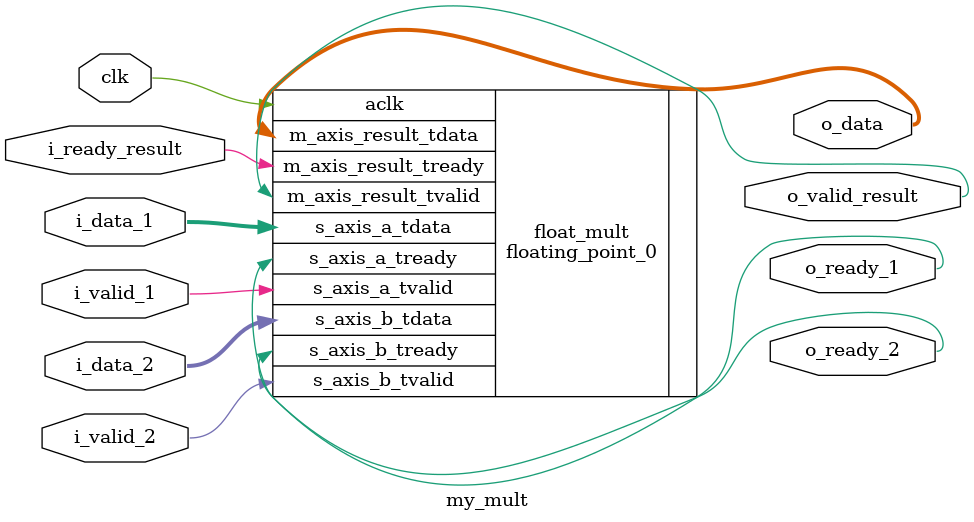
<source format=v>
module my_mult(
input clk,
input [31:0] i_data_1,
input [31:0] i_data_2,
output  [31:0] o_data,
input i_valid_1,
input i_valid_2,
output o_ready_1,
output o_ready_2,
output o_valid_result,
input i_ready_result
);

floating_point_0 float_mult (
  .aclk(clk),                                  // input wire aclk
  .s_axis_a_tvalid(i_valid_1),            // input wire s_axis_a_tvalid
  .s_axis_a_tready(o_ready_1),            // output wire s_axis_a_tready
  .s_axis_a_tdata(i_data_1),              // input wire [31 : 0] s_axis_a_tdata
  .s_axis_b_tvalid(i_valid_2),            // input wire s_axis_b_tvalid
  .s_axis_b_tready(o_ready_2),            // output wire s_axis_b_tready
  .s_axis_b_tdata(i_data_2),              // input wire [31 : 0] s_axis_b_tdata
  .m_axis_result_tvalid(o_valid_result),  // output wire m_axis_result_tvalid
  .m_axis_result_tready(i_ready_result),  // input wire m_axis_result_tready
  .m_axis_result_tdata(o_data)    // output wire [31 : 0] m_axis_result_tdata
);

endmodule
</source>
